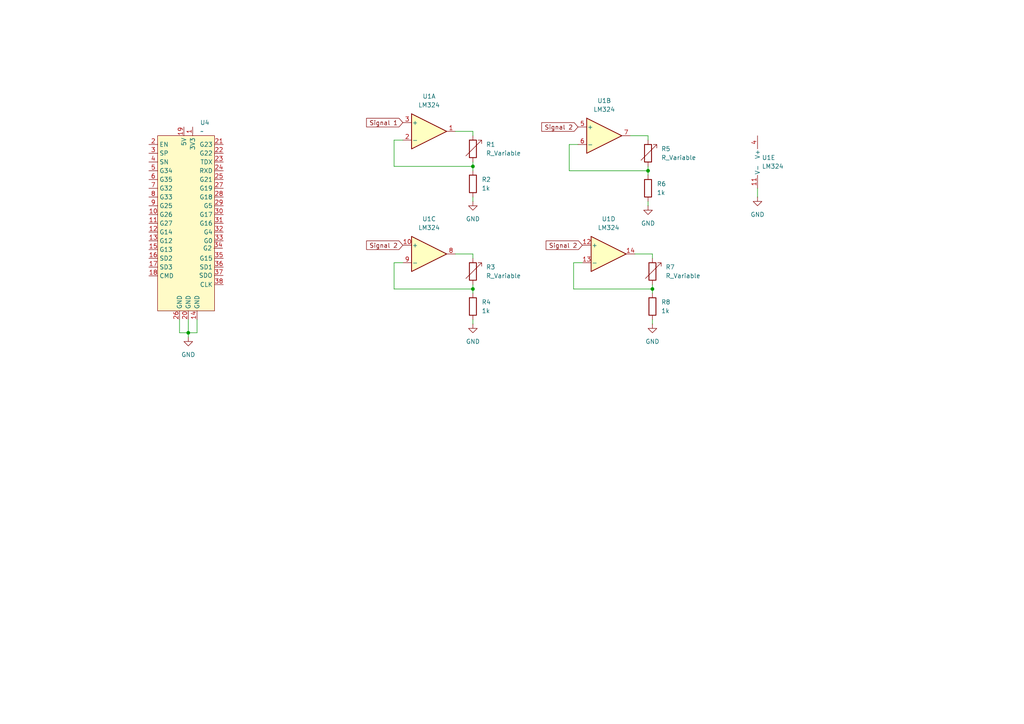
<source format=kicad_sch>
(kicad_sch (version 20250114) (generator "eeschema") (generator_version "9.0")
  (paper "A4")
  (lib_symbols
    (symbol "Amjads_Lib:ESP32_dev_Socke"
      (property "Reference" "U" (at -8.382 3.556 0))
      (symbol "ESP32_dev_Socke_1_1"
        (rectangle (start -8.89 0) (end 7.62 -50.8) (fill (type color) (color 255 251 199 1)))
        (pin input line (at -11.43 -2.54 0) (length 2.54) (name "EN") (number "2"))
        (pin input line (at -11.43 -5.08 0) (length 2.54) (name "SP") (number "3"))
        (pin input line (at -11.43 -7.62 0) (length 2.54) (name "SN") (number "4"))
        (pin input line (at -11.43 -10.16 0) (length 2.54) (name "G34") (number "5"))
        (pin input line (at -11.43 -12.7 0) (length 2.54) (name "G35") (number "6"))
        (pin input line (at -11.43 -15.24 0) (length 2.54) (name "G32") (number "7"))
        (pin input line (at -11.43 -17.78 0) (length 2.54) (name "G33") (number "8"))
        (pin input line (at -11.43 -20.32 0) (length 2.54) (name "G25") (number "9"))
        (pin input line (at -11.43 -22.86 0) (length 2.54) (name "G26") (number "10"))
        (pin input line (at -11.43 -25.4 0) (length 2.54) (name "G27") (number "11"))
        (pin input line (at -11.43 -27.94 0) (length 2.54) (name "G14") (number "12"))
        (pin input line (at -11.43 -30.48 0) (length 2.54) (name "G12") (number "13"))
        (pin input line (at -11.43 -33.02 0) (length 2.54) (name "G13") (number "15"))
        (pin input line (at -11.43 -35.56 0) (length 2.54) (name "SD2") (number "16"))
        (pin input line (at -11.43 -38.1 0) (length 2.54) (name "SD3") (number "17"))
        (pin input line (at -11.43 -40.64 0) (length 2.54) (name "CMD") (number "18"))
        (pin bidirectional line (at -2.54 -53.34 90) (length 2.54) (name "GND") (number "26"))
        (pin bidirectional line (at -1.27 2.54 270) (length 2.54) (name "5V") (number "19"))
        (pin bidirectional line (at 0 -53.34 90) (length 2.54) (name "GND") (number "20"))
        (pin input line (at 1.27 2.54 270) (length 2.54) (name "3V3") (number "1"))
        (pin output line (at 2.54 -53.34 90) (length 2.54) (name "GND") (number "14"))
        (pin bidirectional line (at 9.9616 -32.6171 180) (length 2.54) (name "G2") (number "34"))
        (pin bidirectional line (at 10.115 -40.5244 180) (length 2.54) (name "SDO") (number "37"))
        (pin bidirectional line (at 10.16 -2.54 180) (length 2.54) (name "G23") (number "21"))
        (pin bidirectional line (at 10.16 -5.08 180) (length 2.54) (name "G22") (number "22"))
        (pin bidirectional line (at 10.16 -7.62 180) (length 2.54) (name "TDX") (number "23"))
        (pin bidirectional line (at 10.16 -10.16 180) (length 2.54) (name "RXD") (number "24"))
        (pin bidirectional line (at 10.16 -12.7 180) (length 2.54) (name "G21") (number "25"))
        (pin bidirectional line (at 10.16 -15.24 180) (length 2.54) (name "G19") (number "27"))
        (pin bidirectional line (at 10.16 -17.78 180) (length 2.54) (name "G18") (number "28"))
        (pin bidirectional line (at 10.16 -20.32 180) (length 2.54) (name "G5") (number "29"))
        (pin bidirectional line (at 10.16 -22.86 180) (length 2.54) (name "G17") (number "30"))
        (pin bidirectional line (at 10.16 -25.4 180) (length 2.54) (name "G16") (number "31"))
        (pin bidirectional line (at 10.16 -27.94 180) (length 2.54) (name "G4") (number "32"))
        (pin bidirectional line (at 10.16 -30.48 180) (length 2.54) (name "G0") (number "33"))
        (pin bidirectional line (at 10.16 -35.56 180) (length 2.54) (name "G15") (number "35"))
        (pin bidirectional line (at 10.16 -38.1 180) (length 2.54) (name "SD1") (number "36"))
        (pin bidirectional line (at 10.16 -43.18 180) (length 2.54) (name "CLK") (number "38"))
      )
    )
    (symbol "Amplifier_Operational:LM324" (pin_names (offset 0.127))
      (property "Reference" "U" (at 0 5.08 0))
      (property "Value" "LM324" (at 0 -5.08 0))
      (symbol "LM324_1_1"
        (polyline (pts (xy -5.08 5.08) (xy 5.08 0) (xy -5.08 -5.08) (xy -5.08 5.08)) (stroke (width 0.254)) (fill (type background)))
        (pin input line (at -7.62 2.54 0) (length 2.54) (name "+") (number "3"))
        (pin input line (at -7.62 -2.54 0) (length 2.54) (name "-") (number "2"))
        (pin output line (at 7.62 0 180) (length 2.54) (name "~") (number "1"))
      )
      (symbol "LM324_2_1"
        (polyline (pts (xy -5.08 5.08) (xy 5.08 0) (xy -5.08 -5.08) (xy -5.08 5.08)) (stroke (width 0.254)) (fill (type background)))
        (pin input line (at -7.62 2.54 0) (length 2.54) (name "+") (number "5"))
        (pin input line (at -7.62 -2.54 0) (length 2.54) (name "-") (number "6"))
        (pin output line (at 7.62 0 180) (length 2.54) (name "~") (number "7"))
      )
      (symbol "LM324_3_1"
        (polyline (pts (xy -5.08 5.08) (xy 5.08 0) (xy -5.08 -5.08) (xy -5.08 5.08)) (stroke (width 0.254)) (fill (type background)))
        (pin input line (at -7.62 2.54 0) (length 2.54) (name "+") (number "10"))
        (pin input line (at -7.62 -2.54 0) (length 2.54) (name "-") (number "9"))
        (pin output line (at 7.62 0 180) (length 2.54) (name "~") (number "8"))
      )
      (symbol "LM324_4_1"
        (polyline (pts (xy -5.08 5.08) (xy 5.08 0) (xy -5.08 -5.08) (xy -5.08 5.08)) (stroke (width 0.254)) (fill (type background)))
        (pin input line (at -7.62 2.54 0) (length 2.54) (name "+") (number "12"))
        (pin input line (at -7.62 -2.54 0) (length 2.54) (name "-") (number "13"))
        (pin output line (at 7.62 0 180) (length 2.54) (name "~") (number "14"))
      )
      (symbol "LM324_5_1"
        (pin power_in line (at -2.54 7.62 270) (length 3.81) (name "V+") (number "4"))
        (pin power_in line (at -2.54 -7.62 90) (length 3.81) (name "V-") (number "11"))
      )
    )
    (symbol "Device:R" (pin_numbers (hide yes)) (pin_names (offset 0))
      (property "Reference" "R" (at 2.032 0 90))
      (property "Value" "R" (at 0 0 90))
      (symbol "R_0_1"
        (rectangle (start -1.016 -2.54) (end 1.016 2.54) (stroke (width 0.254)))
      )
      (symbol "R_1_1"
        (pin passive line (at 0 3.81 270) (length 1.27) (name "~") (number "1"))
        (pin passive line (at 0 -3.81 90) (length 1.27) (name "~") (number "2"))
      )
    )
    (symbol "Device:R_Variable" (pin_numbers (hide yes)) (pin_names (offset 0))
      (property "Reference" "R" (at 2.54 -2.54 90))
      (property "Value" "R_Variable" (at -2.54 -1.27 90))
      (symbol "R_Variable_0_1"
        (rectangle (start -1.016 -2.54) (end 1.016 2.54) (stroke (width 0.254)))
        (polyline (pts (xy 2.54 1.524) (xy 2.54 2.54) (xy 1.524 2.54) (xy 2.54 2.54) (xy -2.032 -2.032)))
      )
      (symbol "R_Variable_1_1"
        (pin passive line (at 0 3.81 270) (length 1.27) (name "~") (number "1"))
        (pin passive line (at 0 -3.81 90) (length 1.27) (name "~") (number "2"))
      )
    )
    (symbol "power:GND" (power) (pin_numbers (hide yes)) (pin_names (offset 0) (hide yes))
      (property "Value" "GND" (at 0 -3.81 0))
      (symbol "GND_0_1"
        (polyline (pts (xy 0 0) (xy 0 -1.27) (xy 1.27 -1.27) (xy 0 -2.54) (xy -1.27 -1.27) (xy 0 -1.27)))
      )
      (symbol "GND_1_1"
        (pin power_in line (at 0 0 270) (length 0) (name "~") (number "1"))
      )
    )
  )
  (junction (at 187.96 49.53))
  (junction (at 54.61 96.52))
  (junction (at 137.16 83.82))
  (junction (at 189.23 83.82))
  (junction (at 137.16 48.26))
  (wire (pts (xy 189.23 83.82) (xy 189.23 85.09)))
  (wire (pts (xy 137.16 48.26) (xy 137.16 49.53)))
  (wire (pts (xy 57.15 92.71) (xy 57.15 96.52)))
  (wire (pts (xy 187.96 49.53) (xy 165.1 49.53)))
  (wire (pts (xy 166.37 83.82) (xy 166.37 76.2)))
  (wire (pts (xy 189.23 82.55) (xy 189.23 83.82)))
  (wire (pts (xy 187.96 40.64) (xy 187.96 39.37)))
  (wire (pts (xy 187.96 48.26) (xy 187.96 49.53)))
  (wire (pts (xy 165.1 49.53) (xy 165.1 41.91)))
  (wire (pts (xy 137.16 74.93) (xy 137.16 73.66)))
  (wire (pts (xy 137.16 57.15) (xy 137.16 58.42)))
  (wire (pts (xy 189.23 83.82) (xy 166.37 83.82)))
  (wire (pts (xy 114.3 48.26) (xy 114.3 40.64)))
  (wire (pts (xy 184.15 73.66) (xy 189.23 73.66)))
  (wire (pts (xy 57.15 96.52) (xy 54.61 96.52)))
  (wire (pts (xy 137.16 46.99) (xy 137.16 48.26)))
  (wire (pts (xy 137.16 82.55) (xy 137.16 83.82)))
  (wire (pts (xy 114.3 83.82) (xy 114.3 76.2)))
  (wire (pts (xy 165.1 41.91) (xy 167.64 41.91)))
  (wire (pts (xy 187.96 58.42) (xy 187.96 59.69)))
  (wire (pts (xy 166.37 76.2) (xy 168.91 76.2)))
  (wire (pts (xy 137.16 83.82) (xy 137.16 85.09)))
  (wire (pts (xy 132.08 73.66) (xy 137.16 73.66)))
  (wire (pts (xy 52.07 96.52) (xy 54.61 96.52)))
  (wire (pts (xy 182.88 39.37) (xy 187.96 39.37)))
  (wire (pts (xy 137.16 83.82) (xy 114.3 83.82)))
  (wire (pts (xy 137.16 48.26) (xy 114.3 48.26)))
  (wire (pts (xy 219.71 54.61) (xy 219.71 57.15)))
  (wire (pts (xy 189.23 92.71) (xy 189.23 93.98)))
  (wire (pts (xy 114.3 40.64) (xy 116.84 40.64)))
  (wire (pts (xy 187.96 49.53) (xy 187.96 50.8)))
  (wire (pts (xy 54.61 92.71) (xy 54.61 96.52)))
  (wire (pts (xy 132.08 38.1) (xy 137.16 38.1)))
  (wire (pts (xy 114.3 76.2) (xy 116.84 76.2)))
  (wire (pts (xy 137.16 38.1) (xy 137.16 39.37)))
  (wire (pts (xy 137.16 92.71) (xy 137.16 93.98)))
  (wire (pts (xy 189.23 74.93) (xy 189.23 73.66)))
  (wire (pts (xy 54.61 96.52) (xy 54.61 97.79)))
  (wire (pts (xy 52.07 92.71) (xy 52.07 96.52)))
  (global_label "Signal 1" (shape input) (at 116.84 35.56 180) (property "Intersheetrefs" "${INTERSHEET_REFS}" (effects (hide yes))))
  (global_label "Signal 2" (shape input) (at 168.91 71.12 180) (property "Intersheetrefs" "${INTERSHEET_REFS}" (effects (hide yes))))
  (global_label "Signal 2" (shape input) (at 167.64 36.83 180) (property "Intersheetrefs" "${INTERSHEET_REFS}" (effects (hide yes))))
  (global_label "Signal 2" (shape input) (at 116.84 71.12 180) (property "Intersheetrefs" "${INTERSHEET_REFS}" (effects (hide yes))))
  (symbol (lib_id "Device:R_Variable") (at 137.16 78.74 0) (unit 1)
    (property "Reference" "R3" (at 140.97 77.4699 0) (effects (justify left)))
    (property "Value" "R_Variable" (at 140.97 80.0099 0) (effects (justify left)))
    (property "Footprint" "Potentiometer_THT:Potentiometer_Alps_RK163_Single_Horizontal" (effects (hide yes)))
    (property "Description" "Variable resistor" (effects (hide yes)))
  )
  (symbol (lib_id "Device:R_Variable") (at 137.16 43.18 0) (unit 1)
    (property "Reference" "R1" (at 140.97 41.9099 0) (effects (justify left)))
    (property "Value" "R_Variable" (at 140.97 44.4499 0) (effects (justify left)))
    (property "Footprint" "Potentiometer_THT:Potentiometer_Alps_RK163_Single_Horizontal" (effects (hide yes)))
    (property "Description" "Variable resistor" (effects (hide yes)))
  )
  (symbol (lib_id "Amplifier_Operational:LM324") (at 175.26 39.37 0) (unit 2)
    (property "Reference" "U1" (at 175.26 29.21 0))
    (property "Value" "LM324" (at 175.26 31.75 0))
    (property "Footprint" "Library:LM324_4" (effects (hide yes)))
    (property "Datasheet" "http://www.ti.com/lit/ds/symlink/lm2902-n.pdf" (effects (hide yes)))
    (property "Description" "Low-Power, Quad-Operational Amplifiers, DIP-14/SOIC-14/SSOP-14" (effects (hide yes)))
  )
  (symbol (lib_id "Amplifier_Operational:LM324") (at 222.25 46.99 0) (unit 5)
    (property "Reference" "U1" (at 220.98 45.7199 0) (effects (justify left)))
    (property "Value" "LM324" (at 220.98 48.2599 0) (effects (justify left)))
    (property "Footprint" "Library:LM324_4" (effects (hide yes)))
    (property "Datasheet" "http://www.ti.com/lit/ds/symlink/lm2902-n.pdf" (effects (hide yes)))
    (property "Description" "Low-Power, Quad-Operational Amplifiers, DIP-14/SOIC-14/SSOP-14" (effects (hide yes)))
  )
  (symbol (lib_id "Amplifier_Operational:LM324") (at 124.46 38.1 0) (unit 1)
    (property "Reference" "U1" (at 124.46 27.94 0))
    (property "Value" "LM324" (at 124.46 30.48 0))
    (property "Footprint" "Library:LM324_4" (effects (hide yes)))
    (property "Datasheet" "http://www.ti.com/lit/ds/symlink/lm2902-n.pdf" (effects (hide yes)))
    (property "Description" "Low-Power, Quad-Operational Amplifiers, DIP-14/SOIC-14/SSOP-14" (effects (hide yes)))
  )
  (symbol (lib_id "power:GND") (at 219.71 57.15 0) (unit 1)
    (property "Reference" "#PWR05" (effects (hide yes)))
    (property "Value" "GND" (at 219.71 62.23 0))
    (property "Description" "Power symbol creates a global label with name \"GND\" , ground" (effects (hide yes)))
  )
  (symbol (lib_id "Device:R_Variable") (at 187.96 44.45 0) (unit 1)
    (property "Reference" "R5" (at 191.77 43.1799 0) (effects (justify left)))
    (property "Value" "R_Variable" (at 191.77 45.7199 0) (effects (justify left)))
    (property "Footprint" "Potentiometer_THT:Potentiometer_Alps_RK163_Single_Horizontal" (effects (hide yes)))
    (property "Description" "Variable resistor" (effects (hide yes)))
  )
  (symbol (lib_id "Device:R") (at 187.96 54.61 180) (unit 1)
    (property "Reference" "R6" (at 190.5 53.3399 0) (effects (justify right)))
    (property "Value" "1k" (at 190.5 55.8799 0) (effects (justify right)))
    (property "Footprint" "Resistor_SMD:R_1210_3225Metric" (effects (hide yes)))
    (property "Description" "Resistor" (effects (hide yes)))
  )
  (symbol (lib_id "Device:R") (at 137.16 88.9 180) (unit 1)
    (property "Reference" "R4" (at 139.7 87.6299 0) (effects (justify right)))
    (property "Value" "1k" (at 139.7 90.1699 0) (effects (justify right)))
    (property "Footprint" "Resistor_SMD:R_1206_3216Metric" (effects (hide yes)))
    (property "Description" "Resistor" (effects (hide yes)))
  )
  (symbol (lib_id "Amjads_Lib:ESP32_dev_Socke") (at 54.61 39.37 0) (unit 1)
    (property "Reference" "U4" (at 58.0233 35.56 0) (effects (justify left)))
    (property "Value" "~" (at 58.0233 38.1 0) (effects (justify left)))
    (property "Footprint" "Library_Amjad:ESP_32_socket" (effects (hide yes)))
  )
  (symbol (lib_id "power:GND") (at 137.16 93.98 0) (unit 1)
    (property "Reference" "#PWR02" (effects (hide yes)))
    (property "Value" "GND" (at 137.16 99.06 0))
    (property "Description" "Power symbol creates a global label with name \"GND\" , ground" (effects (hide yes)))
  )
  (symbol (lib_id "power:GND") (at 189.23 93.98 0) (unit 1)
    (property "Reference" "#PWR04" (effects (hide yes)))
    (property "Value" "GND" (at 189.23 99.06 0))
    (property "Description" "Power symbol creates a global label with name \"GND\" , ground" (effects (hide yes)))
  )
  (symbol (lib_id "Amplifier_Operational:LM324") (at 176.53 73.66 0) (unit 4)
    (property "Reference" "U1" (at 176.53 63.5 0))
    (property "Value" "LM324" (at 176.53 66.04 0))
    (property "Footprint" "Library:LM324_4" (effects (hide yes)))
    (property "Datasheet" "http://www.ti.com/lit/ds/symlink/lm2902-n.pdf" (effects (hide yes)))
    (property "Description" "Low-Power, Quad-Operational Amplifiers, DIP-14/SOIC-14/SSOP-14" (effects (hide yes)))
  )
  (symbol (lib_id "power:GND") (at 137.16 58.42 0) (unit 1)
    (property "Reference" "#PWR01" (effects (hide yes)))
    (property "Value" "GND" (at 137.16 63.5 0))
    (property "Description" "Power symbol creates a global label with name \"GND\" , ground" (effects (hide yes)))
  )
  (symbol (lib_id "Device:R") (at 137.16 53.34 180) (unit 1)
    (property "Reference" "R2" (at 139.7 52.0699 0) (effects (justify right)))
    (property "Value" "1k" (at 139.7 54.6099 0) (effects (justify right)))
    (property "Footprint" "Resistor_SMD:R_1206_3216Metric" (effects (hide yes)))
    (property "Description" "Resistor" (effects (hide yes)))
  )
  (symbol (lib_id "Device:R") (at 189.23 88.9 180) (unit 1)
    (property "Reference" "R8" (at 191.77 87.6299 0) (effects (justify right)))
    (property "Value" "1k" (at 191.77 90.1699 0) (effects (justify right)))
    (property "Footprint" "Resistor_SMD:R_1210_3225Metric" (effects (hide yes)))
    (property "Description" "Resistor" (effects (hide yes)))
  )
  (symbol (lib_id "Amplifier_Operational:LM324") (at 124.46 73.66 0) (unit 3)
    (property "Reference" "U1" (at 124.46 63.5 0))
    (property "Value" "LM324" (at 124.46 66.04 0))
    (property "Footprint" "Library:LM324_4" (effects (hide yes)))
    (property "Datasheet" "http://www.ti.com/lit/ds/symlink/lm2902-n.pdf" (effects (hide yes)))
    (property "Description" "Low-Power, Quad-Operational Amplifiers, DIP-14/SOIC-14/SSOP-14" (effects (hide yes)))
  )
  (symbol (lib_id "Device:R_Variable") (at 189.23 78.74 0) (unit 1)
    (property "Reference" "R7" (at 193.04 77.4699 0) (effects (justify left)))
    (property "Value" "R_Variable" (at 193.04 80.0099 0) (effects (justify left)))
    (property "Footprint" "Potentiometer_THT:Potentiometer_Alps_RK163_Single_Horizontal" (effects (hide yes)))
    (property "Description" "Variable resistor" (effects (hide yes)))
  )
  (symbol (lib_id "power:GND") (at 187.96 59.69 0) (unit 1)
    (property "Reference" "#PWR03" (effects (hide yes)))
    (property "Value" "GND" (at 187.96 64.77 0))
    (property "Description" "Power symbol creates a global label with name \"GND\" , ground" (effects (hide yes)))
  )
  (symbol (lib_id "power:GND") (at 54.61 97.79 0) (unit 1)
    (property "Reference" "#PWR06" (effects (hide yes)))
    (property "Value" "GND" (at 54.61 102.87 0))
    (property "Description" "Power symbol creates a global label with name \"GND\" , ground" (effects (hide yes)))
  )
)
</source>
